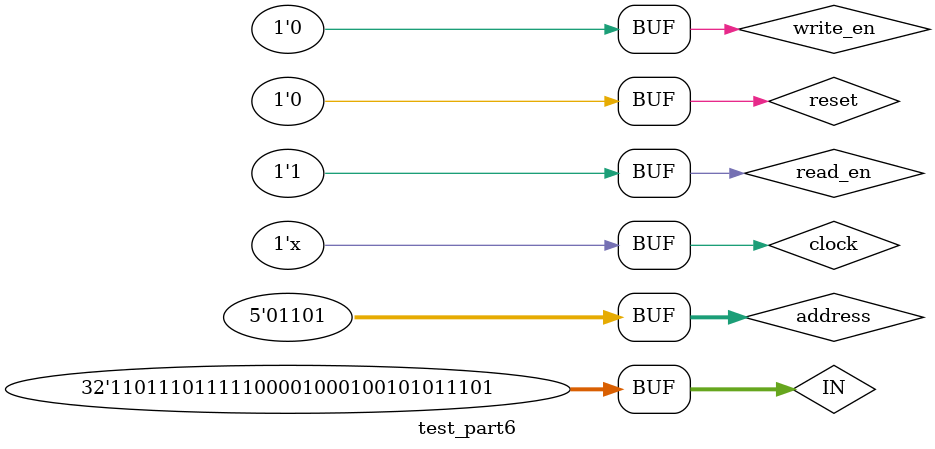
<source format=v>
`timescale 1ns / 1ps


module test_part6();
    reg[31:0]   IN;
    reg[4:0]    address;
    reg         reset, read_en, write_en, clock;
    wire[31:0]  OUT;

    part6 uut (.data_in(IN), .address(address), .reset(reset),
        .read_en(read_en), .write_en(write_en), .clock(clock), .data_out(OUT));
    
    initial begin
        clock = 1; reset = 1;
        address = 5'b10111;   read_en = 1'b0; write_en = 1'b1;   IN = 32'hAAC3B504; #100;
        address = 5'b01101;   read_en = 1'b0; write_en = 1'b1;   IN = 32'hB3045DF5; #100;
        address = 5'b01001;   read_en = 1'b0; write_en = 1'b1;   IN = 32'h1EC65FC2; #100;
        address = 5'b11111;   read_en = 1'b0; write_en = 1'b1;   IN = 32'h8230DAA3; #100;
        address = 5'b10111;   read_en = 1'b1; write_en = 1'b0;   IN = 32'hC4CB10F3; #100;
        address = 5'b01101;   read_en = 1'b1; write_en = 1'b0;   IN = 32'hF3AA5BCD; #100;
        address = 5'b01001;   read_en = 1'b1; write_en = 1'b0;   IN = 32'h687FDE31; #100;
        address = 5'b11111;   read_en = 1'b1; write_en = 1'b0;   IN = 32'h44EC10FD; #100;
        reset = 0;
        address = 5'b10111;   read_en = 1'b1; write_en = 1'b0;   IN = 32'h2C056BA2; #100;
        address = 5'b01101;   read_en = 1'b1; write_en = 1'b0;   IN = 32'hDDF0895D; #100;
    end
    
    always begin
        clock = ~clock; #50;
    end
endmodule

</source>
